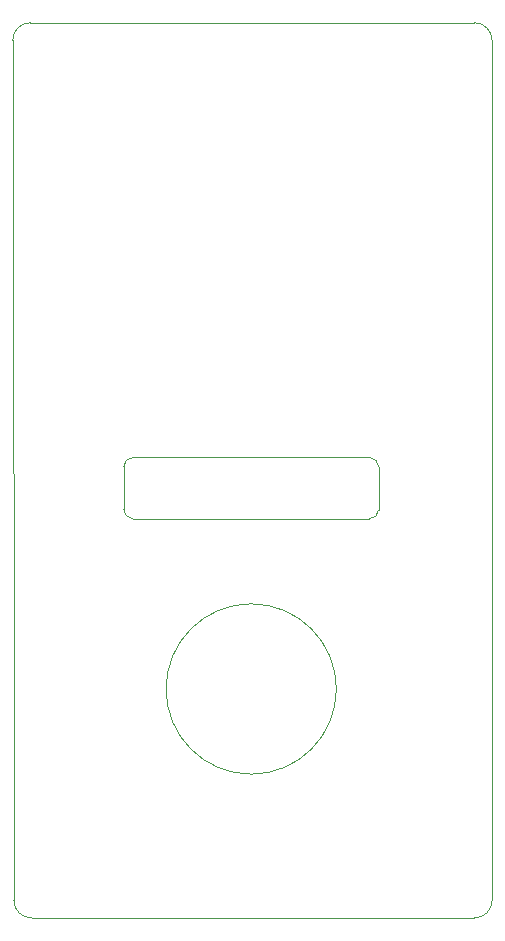
<source format=gbr>
G04 #@! TF.GenerationSoftware,KiCad,Pcbnew,(5.1.6)-1*
G04 #@! TF.CreationDate,2020-07-08T21:36:35-04:00*
G04 #@! TF.ProjectId,co2home,636f3268-6f6d-4652-9e6b-696361645f70,rev?*
G04 #@! TF.SameCoordinates,Original*
G04 #@! TF.FileFunction,Profile,NP*
%FSLAX46Y46*%
G04 Gerber Fmt 4.6, Leading zero omitted, Abs format (unit mm)*
G04 Created by KiCad (PCBNEW (5.1.6)-1) date 2020-07-08 21:36:35*
%MOMM*%
%LPD*%
G01*
G04 APERTURE LIST*
G04 #@! TA.AperFunction,Profile*
%ADD10C,0.100000*%
G04 #@! TD*
G04 APERTURE END LIST*
D10*
X155425000Y-104700000D02*
G75*
G02*
X153925000Y-106200000I-1500000J0D01*
G01*
X116425000Y-106200000D02*
G75*
G02*
X114925000Y-104700000I0J1500000D01*
G01*
X114825000Y-31900000D02*
G75*
G02*
X116325000Y-30400000I1500000J0D01*
G01*
X153925000Y-30400000D02*
G75*
G02*
X155425000Y-31900000I0J-1500000D01*
G01*
X145818573Y-71647614D02*
G75*
G02*
X145025000Y-72395000I-793573J47614D01*
G01*
X124977386Y-72393573D02*
G75*
G02*
X124230000Y-71600000I47614J793573D01*
G01*
X124231427Y-67952386D02*
G75*
G02*
X125025000Y-67205000I793573J-47614D01*
G01*
X145072614Y-67206427D02*
G75*
G02*
X145820000Y-68000000I-47614J-793573D01*
G01*
X142236103Y-86811102D02*
G75*
G03*
X142236103Y-86811102I-7211103J0D01*
G01*
X124230000Y-71600000D02*
X124231427Y-67952386D01*
X145025000Y-72395000D02*
X124977386Y-72393573D01*
X145820000Y-68000000D02*
X145818573Y-71647614D01*
X125025000Y-67200000D02*
X145072614Y-67206427D01*
X116325000Y-30400000D02*
X153925000Y-30400000D01*
X114925000Y-104700000D02*
X114825000Y-31900000D01*
X155425000Y-104700000D02*
X155425000Y-31900000D01*
X153925000Y-106200000D02*
X116425000Y-106200000D01*
M02*

</source>
